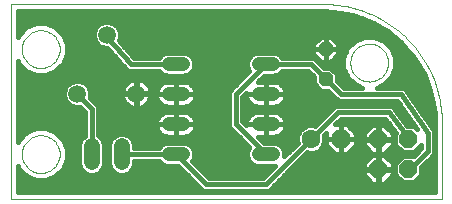
<source format=gtl>
G75*
%MOIN*%
%OFA0B0*%
%FSLAX24Y24*%
%IPPOS*%
%LPD*%
%AMOC8*
5,1,8,0,0,1.08239X$1,22.5*
%
%ADD10C,0.0000*%
%ADD11OC8,0.0630*%
%ADD12C,0.0630*%
%ADD13OC8,0.0480*%
%ADD14C,0.0540*%
%ADD15C,0.0591*%
%ADD16OC8,0.0600*%
%ADD17C,0.0480*%
%ADD18C,0.0160*%
%ADD19C,0.0376*%
D10*
X000680Y000680D02*
X000680Y007176D01*
X011113Y007176D01*
X012000Y005230D02*
X012002Y005280D01*
X012008Y005330D01*
X012018Y005379D01*
X012032Y005427D01*
X012049Y005474D01*
X012070Y005519D01*
X012095Y005563D01*
X012123Y005604D01*
X012155Y005643D01*
X012189Y005680D01*
X012226Y005714D01*
X012266Y005744D01*
X012308Y005771D01*
X012352Y005795D01*
X012398Y005816D01*
X012445Y005832D01*
X012493Y005845D01*
X012543Y005854D01*
X012592Y005859D01*
X012643Y005860D01*
X012693Y005857D01*
X012742Y005850D01*
X012791Y005839D01*
X012839Y005824D01*
X012885Y005806D01*
X012930Y005784D01*
X012973Y005758D01*
X013014Y005729D01*
X013053Y005697D01*
X013089Y005662D01*
X013121Y005624D01*
X013151Y005584D01*
X013178Y005541D01*
X013201Y005497D01*
X013220Y005451D01*
X013236Y005403D01*
X013248Y005354D01*
X013256Y005305D01*
X013260Y005255D01*
X013260Y005205D01*
X013256Y005155D01*
X013248Y005106D01*
X013236Y005057D01*
X013220Y005009D01*
X013201Y004963D01*
X013178Y004919D01*
X013151Y004876D01*
X013121Y004836D01*
X013089Y004798D01*
X013053Y004763D01*
X013014Y004731D01*
X012973Y004702D01*
X012930Y004676D01*
X012885Y004654D01*
X012839Y004636D01*
X012791Y004621D01*
X012742Y004610D01*
X012693Y004603D01*
X012643Y004600D01*
X012592Y004601D01*
X012543Y004606D01*
X012493Y004615D01*
X012445Y004628D01*
X012398Y004644D01*
X012352Y004665D01*
X012308Y004689D01*
X012266Y004716D01*
X012226Y004746D01*
X012189Y004780D01*
X012155Y004817D01*
X012123Y004856D01*
X012095Y004897D01*
X012070Y004941D01*
X012049Y004986D01*
X012032Y005033D01*
X012018Y005081D01*
X012008Y005130D01*
X012002Y005180D01*
X012000Y005230D01*
X011113Y007176D02*
X011237Y007174D01*
X011360Y007168D01*
X011484Y007159D01*
X011606Y007145D01*
X011729Y007128D01*
X011851Y007106D01*
X011972Y007081D01*
X012092Y007052D01*
X012211Y007020D01*
X012330Y006983D01*
X012447Y006943D01*
X012562Y006900D01*
X012677Y006852D01*
X012789Y006801D01*
X012900Y006747D01*
X013010Y006689D01*
X013117Y006628D01*
X013223Y006563D01*
X013326Y006495D01*
X013427Y006424D01*
X013526Y006350D01*
X013623Y006273D01*
X013717Y006192D01*
X013808Y006109D01*
X013897Y006023D01*
X013983Y005934D01*
X014066Y005843D01*
X014147Y005749D01*
X014224Y005652D01*
X014298Y005553D01*
X014369Y005452D01*
X014437Y005349D01*
X014502Y005243D01*
X014563Y005136D01*
X014621Y005026D01*
X014675Y004915D01*
X014726Y004803D01*
X014774Y004688D01*
X014817Y004573D01*
X014857Y004456D01*
X014894Y004337D01*
X014926Y004218D01*
X014955Y004098D01*
X014980Y003977D01*
X015002Y003855D01*
X015019Y003732D01*
X015033Y003610D01*
X015042Y003486D01*
X015048Y003363D01*
X015050Y003239D01*
X015050Y000680D01*
X000680Y000680D01*
X001050Y002180D02*
X001052Y002230D01*
X001058Y002280D01*
X001068Y002329D01*
X001082Y002377D01*
X001099Y002424D01*
X001120Y002469D01*
X001145Y002513D01*
X001173Y002554D01*
X001205Y002593D01*
X001239Y002630D01*
X001276Y002664D01*
X001316Y002694D01*
X001358Y002721D01*
X001402Y002745D01*
X001448Y002766D01*
X001495Y002782D01*
X001543Y002795D01*
X001593Y002804D01*
X001642Y002809D01*
X001693Y002810D01*
X001743Y002807D01*
X001792Y002800D01*
X001841Y002789D01*
X001889Y002774D01*
X001935Y002756D01*
X001980Y002734D01*
X002023Y002708D01*
X002064Y002679D01*
X002103Y002647D01*
X002139Y002612D01*
X002171Y002574D01*
X002201Y002534D01*
X002228Y002491D01*
X002251Y002447D01*
X002270Y002401D01*
X002286Y002353D01*
X002298Y002304D01*
X002306Y002255D01*
X002310Y002205D01*
X002310Y002155D01*
X002306Y002105D01*
X002298Y002056D01*
X002286Y002007D01*
X002270Y001959D01*
X002251Y001913D01*
X002228Y001869D01*
X002201Y001826D01*
X002171Y001786D01*
X002139Y001748D01*
X002103Y001713D01*
X002064Y001681D01*
X002023Y001652D01*
X001980Y001626D01*
X001935Y001604D01*
X001889Y001586D01*
X001841Y001571D01*
X001792Y001560D01*
X001743Y001553D01*
X001693Y001550D01*
X001642Y001551D01*
X001593Y001556D01*
X001543Y001565D01*
X001495Y001578D01*
X001448Y001594D01*
X001402Y001615D01*
X001358Y001639D01*
X001316Y001666D01*
X001276Y001696D01*
X001239Y001730D01*
X001205Y001767D01*
X001173Y001806D01*
X001145Y001847D01*
X001120Y001891D01*
X001099Y001936D01*
X001082Y001983D01*
X001068Y002031D01*
X001058Y002080D01*
X001052Y002130D01*
X001050Y002180D01*
X001050Y005680D02*
X001052Y005730D01*
X001058Y005780D01*
X001068Y005829D01*
X001082Y005877D01*
X001099Y005924D01*
X001120Y005969D01*
X001145Y006013D01*
X001173Y006054D01*
X001205Y006093D01*
X001239Y006130D01*
X001276Y006164D01*
X001316Y006194D01*
X001358Y006221D01*
X001402Y006245D01*
X001448Y006266D01*
X001495Y006282D01*
X001543Y006295D01*
X001593Y006304D01*
X001642Y006309D01*
X001693Y006310D01*
X001743Y006307D01*
X001792Y006300D01*
X001841Y006289D01*
X001889Y006274D01*
X001935Y006256D01*
X001980Y006234D01*
X002023Y006208D01*
X002064Y006179D01*
X002103Y006147D01*
X002139Y006112D01*
X002171Y006074D01*
X002201Y006034D01*
X002228Y005991D01*
X002251Y005947D01*
X002270Y005901D01*
X002286Y005853D01*
X002298Y005804D01*
X002306Y005755D01*
X002310Y005705D01*
X002310Y005655D01*
X002306Y005605D01*
X002298Y005556D01*
X002286Y005507D01*
X002270Y005459D01*
X002251Y005413D01*
X002228Y005369D01*
X002201Y005326D01*
X002171Y005286D01*
X002139Y005248D01*
X002103Y005213D01*
X002064Y005181D01*
X002023Y005152D01*
X001980Y005126D01*
X001935Y005104D01*
X001889Y005086D01*
X001841Y005071D01*
X001792Y005060D01*
X001743Y005053D01*
X001693Y005050D01*
X001642Y005051D01*
X001593Y005056D01*
X001543Y005065D01*
X001495Y005078D01*
X001448Y005094D01*
X001402Y005115D01*
X001358Y005139D01*
X001316Y005166D01*
X001276Y005196D01*
X001239Y005230D01*
X001205Y005267D01*
X001173Y005306D01*
X001145Y005347D01*
X001120Y005391D01*
X001099Y005436D01*
X001082Y005483D01*
X001068Y005531D01*
X001058Y005580D01*
X001052Y005630D01*
X001050Y005680D01*
D11*
X011680Y002680D03*
D12*
X010680Y002680D03*
D13*
X011180Y004680D03*
X011180Y005680D03*
D14*
X004380Y002450D02*
X004380Y001910D01*
X003380Y001910D02*
X003380Y002450D01*
D15*
X002896Y004196D03*
X004864Y004196D03*
X003880Y006164D03*
D16*
X012930Y002680D03*
X013930Y002680D03*
X013930Y001680D03*
X012930Y001680D03*
D17*
X009420Y002180D02*
X008940Y002180D01*
X008940Y003180D02*
X009420Y003180D01*
X009420Y004180D02*
X008940Y004180D01*
X008940Y005180D02*
X009420Y005180D01*
X006420Y005180D02*
X005940Y005180D01*
X005940Y004180D02*
X006420Y004180D01*
X006420Y003180D02*
X005940Y003180D01*
X005940Y002180D02*
X006420Y002180D01*
D18*
X006180Y002180D02*
X007180Y001180D01*
X009180Y001180D01*
X010680Y002680D01*
X011580Y003580D01*
X013280Y003580D01*
X013880Y002780D01*
X013520Y002893D02*
X013490Y002862D01*
X013490Y002498D01*
X013748Y002240D01*
X014112Y002240D01*
X014360Y002488D01*
X014360Y002371D01*
X014109Y002120D01*
X013748Y002120D01*
X013490Y001862D01*
X013490Y001498D01*
X013748Y001240D01*
X014112Y001240D01*
X014370Y001498D01*
X014370Y001759D01*
X014671Y002060D01*
X014800Y002189D01*
X014800Y002860D01*
X014813Y002930D01*
X014800Y002949D01*
X014800Y002971D01*
X014750Y003022D01*
X013900Y004249D01*
X013900Y004271D01*
X013850Y004322D01*
X013809Y004380D01*
X013787Y004384D01*
X013771Y004400D01*
X013700Y004400D01*
X013630Y004413D01*
X013611Y004400D01*
X012873Y004400D01*
X013117Y004501D01*
X013359Y004743D01*
X013490Y005059D01*
X013490Y005401D01*
X013359Y005717D01*
X013117Y005959D01*
X012801Y006090D01*
X012459Y006090D01*
X012143Y005959D01*
X011901Y005717D01*
X011770Y005401D01*
X011770Y005059D01*
X011901Y004743D01*
X012143Y004501D01*
X012387Y004400D01*
X011771Y004400D01*
X011560Y004611D01*
X011560Y004837D01*
X011337Y005060D01*
X011111Y005060D01*
X010900Y005271D01*
X010771Y005400D01*
X009737Y005400D01*
X009635Y005502D01*
X009496Y005560D01*
X008864Y005560D01*
X008725Y005502D01*
X008618Y005395D01*
X008560Y005256D01*
X008560Y005104D01*
X008618Y004965D01*
X008636Y004947D01*
X007960Y004271D01*
X007960Y003089D01*
X008089Y002960D01*
X008636Y002413D01*
X008618Y002395D01*
X008560Y002256D01*
X008560Y002104D01*
X008618Y001965D01*
X008725Y001858D01*
X008864Y001800D01*
X009489Y001800D01*
X009089Y001400D01*
X007271Y001400D01*
X006724Y001947D01*
X006742Y001965D01*
X006800Y002104D01*
X006800Y002256D01*
X006742Y002395D01*
X006635Y002502D01*
X006496Y002560D01*
X005864Y002560D01*
X005725Y002502D01*
X005623Y002400D01*
X004790Y002400D01*
X004790Y002532D01*
X004728Y002682D01*
X004612Y002798D01*
X004462Y002860D01*
X004298Y002860D01*
X004148Y002798D01*
X004032Y002682D01*
X003970Y002532D01*
X003970Y001828D01*
X004032Y001678D01*
X004148Y001562D01*
X004298Y001500D01*
X004462Y001500D01*
X004612Y001562D01*
X004728Y001678D01*
X004790Y001828D01*
X004790Y001960D01*
X005623Y001960D01*
X005725Y001858D01*
X005864Y001800D01*
X006249Y001800D01*
X006960Y001089D01*
X007089Y000960D01*
X009271Y000960D01*
X010552Y002241D01*
X010589Y002225D01*
X010771Y002225D01*
X010938Y002294D01*
X011066Y002422D01*
X011135Y002589D01*
X011135Y002771D01*
X011119Y002808D01*
X011185Y002874D01*
X011185Y002680D01*
X011680Y002680D01*
X011680Y002680D01*
X011680Y003175D01*
X011885Y003175D01*
X012175Y002885D01*
X012175Y002680D01*
X011680Y002680D01*
X011680Y002680D01*
X011680Y003175D01*
X011486Y003175D01*
X011671Y003360D01*
X013170Y003360D01*
X013520Y002893D01*
X013516Y002899D02*
X013390Y002899D01*
X013410Y002879D02*
X013129Y003160D01*
X012950Y003160D01*
X012950Y002700D01*
X013410Y002700D01*
X013410Y002879D01*
X013410Y002741D02*
X013490Y002741D01*
X013410Y002660D02*
X012950Y002660D01*
X012950Y002700D01*
X012910Y002700D01*
X012910Y003160D01*
X012731Y003160D01*
X012450Y002879D01*
X012450Y002700D01*
X012910Y002700D01*
X012910Y002660D01*
X012950Y002660D01*
X012950Y002200D01*
X013129Y002200D01*
X013410Y002481D01*
X013410Y002660D01*
X013410Y002582D02*
X013490Y002582D01*
X013564Y002424D02*
X013352Y002424D01*
X013194Y002265D02*
X013723Y002265D01*
X013734Y002107D02*
X013182Y002107D01*
X013129Y002160D02*
X012950Y002160D01*
X012950Y001700D01*
X013410Y001700D01*
X013410Y001879D01*
X013129Y002160D01*
X012950Y002107D02*
X012910Y002107D01*
X012910Y002160D02*
X012731Y002160D01*
X012450Y001879D01*
X012450Y001700D01*
X012910Y001700D01*
X012910Y002160D01*
X012910Y002200D02*
X012910Y002660D01*
X012450Y002660D01*
X012450Y002481D01*
X012731Y002200D01*
X012910Y002200D01*
X012910Y002265D02*
X012950Y002265D01*
X012950Y002424D02*
X012910Y002424D01*
X012910Y002582D02*
X012950Y002582D01*
X012950Y002741D02*
X012910Y002741D01*
X012910Y002899D02*
X012950Y002899D01*
X012950Y003058D02*
X012910Y003058D01*
X012629Y003058D02*
X012003Y003058D01*
X012161Y002899D02*
X012470Y002899D01*
X012450Y002741D02*
X012175Y002741D01*
X012175Y002680D02*
X011680Y002680D01*
X011680Y002185D01*
X011885Y002185D01*
X012175Y002475D01*
X012175Y002680D01*
X012175Y002582D02*
X012450Y002582D01*
X012508Y002424D02*
X012124Y002424D01*
X011965Y002265D02*
X012666Y002265D01*
X012678Y002107D02*
X010418Y002107D01*
X010259Y001948D02*
X012519Y001948D01*
X012450Y001790D02*
X010101Y001790D01*
X009942Y001631D02*
X012450Y001631D01*
X012450Y001660D02*
X012450Y001481D01*
X012731Y001200D01*
X012910Y001200D01*
X012910Y001660D01*
X012950Y001660D01*
X012950Y001700D01*
X012910Y001700D01*
X012910Y001660D01*
X012450Y001660D01*
X012459Y001473D02*
X009784Y001473D01*
X009625Y001314D02*
X012617Y001314D01*
X012910Y001314D02*
X012950Y001314D01*
X012950Y001200D02*
X013129Y001200D01*
X013410Y001481D01*
X013410Y001660D01*
X012950Y001660D01*
X012950Y001200D01*
X013243Y001314D02*
X013674Y001314D01*
X013515Y001473D02*
X013401Y001473D01*
X013410Y001631D02*
X013490Y001631D01*
X013490Y001790D02*
X013410Y001790D01*
X013341Y001948D02*
X013576Y001948D01*
X013980Y001680D02*
X014580Y002280D01*
X014580Y002880D01*
X013680Y004180D01*
X011680Y004180D01*
X011180Y004680D01*
X010680Y005180D01*
X009180Y005180D01*
X008180Y004180D01*
X008180Y003180D01*
X009180Y002180D01*
X009714Y002424D02*
X010112Y002424D01*
X010241Y002552D02*
X009800Y002111D01*
X009800Y002256D01*
X009742Y002395D01*
X009635Y002502D01*
X009496Y002560D01*
X009111Y002560D01*
X008911Y002760D01*
X009180Y002760D01*
X009453Y002760D01*
X009518Y002770D01*
X009581Y002791D01*
X009640Y002821D01*
X009694Y002860D01*
X009740Y002906D01*
X009779Y002960D01*
X009809Y003019D01*
X009830Y003082D01*
X009840Y003147D01*
X009840Y003180D01*
X009840Y003213D01*
X009830Y003278D01*
X009809Y003341D01*
X009779Y003400D01*
X009740Y003454D01*
X009694Y003500D01*
X009640Y003539D01*
X009581Y003569D01*
X009518Y003590D01*
X009453Y003600D01*
X009180Y003600D01*
X009180Y003180D01*
X009180Y003180D01*
X009840Y003180D01*
X009180Y003180D01*
X009180Y003180D01*
X009180Y003180D01*
X008520Y003180D01*
X008520Y003213D01*
X008530Y003278D01*
X008551Y003341D01*
X008581Y003400D01*
X008620Y003454D01*
X008666Y003500D01*
X008720Y003539D01*
X008779Y003569D01*
X008842Y003590D01*
X008907Y003600D01*
X009180Y003600D01*
X009180Y003180D01*
X009180Y002760D01*
X009180Y003180D01*
X009180Y003180D01*
X008520Y003180D01*
X008520Y003151D01*
X008400Y003271D01*
X008400Y004089D01*
X008520Y004209D01*
X008520Y004180D01*
X009180Y004180D01*
X009180Y004180D01*
X009180Y004600D01*
X009453Y004600D01*
X009518Y004590D01*
X009581Y004569D01*
X009640Y004539D01*
X009694Y004500D01*
X009740Y004454D01*
X009779Y004400D01*
X009809Y004341D01*
X009830Y004278D01*
X009840Y004213D01*
X009840Y004180D01*
X009180Y004180D01*
X009180Y004180D01*
X009180Y004600D01*
X008911Y004600D01*
X009111Y004800D01*
X009496Y004800D01*
X009635Y004858D01*
X009737Y004960D01*
X010589Y004960D01*
X010800Y004749D01*
X010800Y004523D01*
X011023Y004300D01*
X011249Y004300D01*
X011589Y003960D01*
X013565Y003960D01*
X014223Y003009D01*
X014112Y003120D01*
X013900Y003120D01*
X013500Y003653D01*
X013500Y003671D01*
X013447Y003725D01*
X013401Y003785D01*
X013384Y003787D01*
X013371Y003800D01*
X013296Y003800D01*
X013221Y003811D01*
X013207Y003800D01*
X011489Y003800D01*
X010808Y003119D01*
X010771Y003135D01*
X010589Y003135D01*
X010422Y003066D01*
X010294Y002938D01*
X010225Y002771D01*
X010225Y002589D01*
X010241Y002552D01*
X010228Y002582D02*
X009089Y002582D01*
X008931Y002741D02*
X010225Y002741D01*
X010278Y002899D02*
X009733Y002899D01*
X009822Y003058D02*
X010414Y003058D01*
X010905Y003216D02*
X009840Y003216D01*
X009792Y003375D02*
X011063Y003375D01*
X011222Y003533D02*
X009649Y003533D01*
X009581Y003791D02*
X009518Y003770D01*
X009453Y003760D01*
X009180Y003760D01*
X009180Y004180D01*
X009840Y004180D01*
X009840Y004147D01*
X009830Y004082D01*
X009809Y004019D01*
X009779Y003960D01*
X009740Y003906D01*
X009694Y003860D01*
X009640Y003821D01*
X009581Y003791D01*
X009680Y003850D02*
X013641Y003850D01*
X013751Y003692D02*
X013480Y003692D01*
X013590Y003533D02*
X013860Y003533D01*
X013970Y003375D02*
X013709Y003375D01*
X013828Y003216D02*
X014080Y003216D01*
X014175Y003058D02*
X014190Y003058D01*
X014615Y003216D02*
X014820Y003216D01*
X014820Y003239D02*
X014820Y000910D01*
X000910Y000910D01*
X000910Y001792D01*
X000951Y001693D01*
X001193Y001451D01*
X001509Y001320D01*
X001851Y001320D01*
X002167Y001451D01*
X002409Y001693D01*
X002540Y002009D01*
X002540Y002351D01*
X002409Y002667D01*
X002167Y002909D01*
X001851Y003040D01*
X001509Y003040D01*
X001193Y002909D01*
X000951Y002667D01*
X000910Y002568D01*
X000910Y005292D01*
X000951Y005193D01*
X001193Y004951D01*
X001509Y004820D01*
X001851Y004820D01*
X002167Y004951D01*
X002409Y005193D01*
X002540Y005509D01*
X002540Y005851D01*
X002409Y006167D01*
X002167Y006409D01*
X001851Y006540D01*
X001509Y006540D01*
X001193Y006409D01*
X000951Y006167D01*
X000910Y006068D01*
X000910Y006946D01*
X011113Y006946D01*
X011436Y006932D01*
X012073Y006820D01*
X012680Y006599D01*
X013239Y006276D01*
X013734Y005860D01*
X014150Y005365D01*
X014473Y004806D01*
X014694Y004198D01*
X014806Y003562D01*
X014820Y003239D01*
X014814Y003375D02*
X014505Y003375D01*
X014395Y003533D02*
X014807Y003533D01*
X014783Y003692D02*
X014286Y003692D01*
X014176Y003850D02*
X014755Y003850D01*
X014727Y004009D02*
X014066Y004009D01*
X013957Y004167D02*
X014699Y004167D01*
X014648Y004326D02*
X013847Y004326D01*
X013259Y004643D02*
X014532Y004643D01*
X014474Y004801D02*
X013383Y004801D01*
X013449Y004960D02*
X014384Y004960D01*
X014292Y005118D02*
X013490Y005118D01*
X013490Y005277D02*
X014201Y005277D01*
X014091Y005435D02*
X013476Y005435D01*
X013410Y005594D02*
X013958Y005594D01*
X013825Y005752D02*
X013324Y005752D01*
X013166Y005911D02*
X013674Y005911D01*
X013486Y006069D02*
X012852Y006069D01*
X013297Y006228D02*
X004315Y006228D01*
X004315Y006251D02*
X004249Y006411D01*
X004127Y006533D01*
X003967Y006600D01*
X003793Y006600D01*
X003633Y006533D01*
X003511Y006411D01*
X003445Y006251D01*
X003445Y006078D01*
X003511Y005918D01*
X003633Y005795D01*
X003793Y005729D01*
X003898Y005729D01*
X004460Y005096D01*
X004460Y005089D01*
X004520Y005029D01*
X004576Y004966D01*
X004584Y004965D01*
X004589Y004960D01*
X004674Y004960D01*
X004758Y004955D01*
X004764Y004960D01*
X005623Y004960D01*
X005725Y004858D01*
X005864Y004800D01*
X006496Y004800D01*
X006635Y004858D01*
X006742Y004965D01*
X006800Y005104D01*
X006800Y005256D01*
X006742Y005395D01*
X006635Y005502D01*
X006496Y005560D01*
X005864Y005560D01*
X005725Y005502D01*
X005623Y005400D01*
X004779Y005400D01*
X004271Y005971D01*
X004315Y006078D01*
X004315Y006251D01*
X004259Y006386D02*
X013048Y006386D01*
X012774Y006545D02*
X004099Y006545D01*
X003661Y006545D02*
X000910Y006545D01*
X000910Y006703D02*
X012393Y006703D01*
X011836Y006862D02*
X000910Y006862D01*
X000910Y006386D02*
X001170Y006386D01*
X001011Y006228D02*
X000910Y006228D01*
X000910Y006069D02*
X000910Y006069D01*
X002190Y006386D02*
X003501Y006386D01*
X003445Y006228D02*
X002349Y006228D01*
X002450Y006069D02*
X003448Y006069D01*
X003518Y005911D02*
X002515Y005911D01*
X002540Y005752D02*
X003738Y005752D01*
X004018Y005594D02*
X002540Y005594D01*
X002509Y005435D02*
X004159Y005435D01*
X004300Y005277D02*
X002444Y005277D01*
X002334Y005118D02*
X004441Y005118D01*
X004680Y005180D02*
X003880Y006080D01*
X004312Y006069D02*
X010975Y006069D01*
X011006Y006100D02*
X010760Y005854D01*
X010760Y005680D01*
X011180Y005680D01*
X011180Y005680D01*
X011180Y006100D01*
X011354Y006100D01*
X011600Y005854D01*
X011600Y005680D01*
X011180Y005680D01*
X011180Y005680D01*
X011180Y005680D01*
X011180Y006100D01*
X011006Y006100D01*
X011180Y006069D02*
X011180Y006069D01*
X011385Y006069D02*
X012408Y006069D01*
X012094Y005911D02*
X011543Y005911D01*
X011600Y005752D02*
X011936Y005752D01*
X011850Y005594D02*
X011600Y005594D01*
X011600Y005680D02*
X011600Y005506D01*
X011354Y005260D01*
X011180Y005260D01*
X011180Y005680D01*
X011600Y005680D01*
X011180Y005680D02*
X011180Y005680D01*
X010760Y005680D01*
X010760Y005506D01*
X011006Y005260D01*
X011180Y005260D01*
X011180Y005680D01*
X011180Y005752D02*
X011180Y005752D01*
X011180Y005594D02*
X011180Y005594D01*
X011180Y005435D02*
X011180Y005435D01*
X011180Y005277D02*
X011180Y005277D01*
X011370Y005277D02*
X011770Y005277D01*
X011784Y005435D02*
X011529Y005435D01*
X010990Y005277D02*
X010895Y005277D01*
X010831Y005435D02*
X009702Y005435D01*
X009737Y004960D02*
X010589Y004960D01*
X010748Y004801D02*
X009498Y004801D01*
X008954Y004643D02*
X010800Y004643D01*
X010839Y004484D02*
X009710Y004484D01*
X009814Y004326D02*
X010997Y004326D01*
X011382Y004167D02*
X009840Y004167D01*
X009804Y004009D02*
X011540Y004009D01*
X011380Y003692D02*
X008400Y003692D01*
X008400Y003850D02*
X008680Y003850D01*
X008666Y003860D02*
X008720Y003821D01*
X008779Y003791D01*
X008842Y003770D01*
X008907Y003760D01*
X009180Y003760D01*
X009180Y004180D01*
X009180Y004180D01*
X009180Y004180D01*
X008520Y004180D01*
X008520Y004147D01*
X008530Y004082D01*
X008551Y004019D01*
X008581Y003960D01*
X008620Y003906D01*
X008666Y003860D01*
X008556Y004009D02*
X008400Y004009D01*
X008478Y004167D02*
X008520Y004167D01*
X008014Y004326D02*
X006814Y004326D01*
X006809Y004341D02*
X006779Y004400D01*
X006740Y004454D01*
X006694Y004500D01*
X006640Y004539D01*
X006581Y004569D01*
X006518Y004590D01*
X006453Y004600D01*
X006180Y004600D01*
X006180Y004180D01*
X006180Y004180D01*
X006840Y004180D01*
X006840Y004213D01*
X006830Y004278D01*
X006809Y004341D01*
X006840Y004180D02*
X006180Y004180D01*
X006180Y004180D01*
X006180Y004600D01*
X005907Y004600D01*
X005842Y004590D01*
X005779Y004569D01*
X005720Y004539D01*
X005666Y004500D01*
X005620Y004454D01*
X005581Y004400D01*
X005551Y004341D01*
X005530Y004278D01*
X005520Y004213D01*
X005520Y004180D01*
X006180Y004180D01*
X006180Y003760D01*
X006453Y003760D01*
X006518Y003770D01*
X006581Y003791D01*
X006640Y003821D01*
X006694Y003860D01*
X006740Y003906D01*
X006779Y003960D01*
X006809Y004019D01*
X006830Y004082D01*
X006840Y004147D01*
X006840Y004180D01*
X006840Y004167D02*
X007960Y004167D01*
X007960Y004009D02*
X006804Y004009D01*
X006680Y003850D02*
X007960Y003850D01*
X007960Y003692D02*
X003600Y003692D01*
X003600Y003771D02*
X003471Y003900D01*
X003311Y004060D01*
X003331Y004109D01*
X003331Y004282D01*
X003265Y004442D01*
X003142Y004565D01*
X002982Y004631D01*
X002809Y004631D01*
X002649Y004565D01*
X002527Y004442D01*
X002460Y004282D01*
X002460Y004109D01*
X002527Y003949D01*
X002649Y003827D01*
X002809Y003760D01*
X002982Y003760D01*
X002987Y003762D01*
X003160Y003589D01*
X003160Y002803D01*
X003148Y002798D01*
X003032Y002682D01*
X002970Y002532D01*
X002970Y001828D01*
X003032Y001678D01*
X003148Y001562D01*
X003298Y001500D01*
X003462Y001500D01*
X003612Y001562D01*
X003728Y001678D01*
X003790Y001828D01*
X003790Y002532D01*
X003728Y002682D01*
X003612Y002798D01*
X003600Y002803D01*
X003600Y003771D01*
X003521Y003850D02*
X004538Y003850D01*
X004555Y003833D02*
X004615Y003789D01*
X004682Y003755D01*
X004753Y003732D01*
X004827Y003720D01*
X004846Y003720D01*
X004846Y004177D01*
X004883Y004177D01*
X004883Y004214D01*
X005340Y004214D01*
X005340Y004233D01*
X005328Y004307D01*
X005305Y004378D01*
X005271Y004445D01*
X005227Y004505D01*
X005174Y004558D01*
X005113Y004602D01*
X005047Y004636D01*
X004976Y004659D01*
X004902Y004671D01*
X004883Y004671D01*
X004883Y004214D01*
X004846Y004214D01*
X004846Y004177D01*
X004389Y004177D01*
X004389Y004158D01*
X004401Y004084D01*
X004424Y004013D01*
X004458Y003947D01*
X004502Y003886D01*
X004555Y003833D01*
X004846Y003850D02*
X004883Y003850D01*
X004883Y003720D02*
X004902Y003720D01*
X004976Y003732D01*
X005047Y003755D01*
X005113Y003789D01*
X005174Y003833D01*
X005227Y003886D01*
X005271Y003947D01*
X005305Y004013D01*
X005328Y004084D01*
X005340Y004158D01*
X005340Y004177D01*
X004883Y004177D01*
X004883Y003720D01*
X005191Y003850D02*
X005680Y003850D01*
X005666Y003860D02*
X005720Y003821D01*
X005779Y003791D01*
X005842Y003770D01*
X005907Y003760D01*
X006180Y003760D01*
X006180Y004180D01*
X006180Y004180D01*
X006180Y004180D01*
X005520Y004180D01*
X005520Y004147D01*
X005530Y004082D01*
X005551Y004019D01*
X005581Y003960D01*
X005620Y003906D01*
X005666Y003860D01*
X005556Y004009D02*
X005302Y004009D01*
X005340Y004167D02*
X005520Y004167D01*
X005546Y004326D02*
X005322Y004326D01*
X005242Y004484D02*
X005650Y004484D01*
X006180Y004484D02*
X006180Y004484D01*
X006180Y004326D02*
X006180Y004326D01*
X006180Y004167D02*
X006180Y004167D01*
X006180Y004009D02*
X006180Y004009D01*
X006180Y003850D02*
X006180Y003850D01*
X006180Y003600D02*
X005907Y003600D01*
X005842Y003590D01*
X005779Y003569D01*
X005720Y003539D01*
X005666Y003500D01*
X005620Y003454D01*
X005581Y003400D01*
X005551Y003341D01*
X005530Y003278D01*
X005520Y003213D01*
X005520Y003180D01*
X006180Y003180D01*
X006180Y003180D01*
X006180Y003600D01*
X006453Y003600D01*
X006518Y003590D01*
X006581Y003569D01*
X006640Y003539D01*
X006694Y003500D01*
X006740Y003454D01*
X006779Y003400D01*
X006809Y003341D01*
X006830Y003278D01*
X006840Y003213D01*
X006840Y003180D01*
X006180Y003180D01*
X006180Y003180D01*
X006180Y003600D01*
X006180Y003533D02*
X006180Y003533D01*
X006180Y003375D02*
X006180Y003375D01*
X006180Y003216D02*
X006180Y003216D01*
X006180Y003180D02*
X006180Y003180D01*
X006840Y003180D01*
X006840Y003147D01*
X006830Y003082D01*
X006809Y003019D01*
X006779Y002960D01*
X006740Y002906D01*
X006694Y002860D01*
X006640Y002821D01*
X006581Y002791D01*
X006518Y002770D01*
X006453Y002760D01*
X006180Y002760D01*
X006180Y003180D01*
X006180Y003180D01*
X006180Y002760D01*
X005907Y002760D01*
X005842Y002770D01*
X005779Y002791D01*
X005720Y002821D01*
X005666Y002860D01*
X005620Y002906D01*
X005581Y002960D01*
X005551Y003019D01*
X005530Y003082D01*
X005520Y003147D01*
X005520Y003180D01*
X006180Y003180D01*
X006180Y003058D02*
X006180Y003058D01*
X006180Y002899D02*
X006180Y002899D01*
X006733Y002899D02*
X008150Y002899D01*
X008308Y002741D02*
X004669Y002741D01*
X004769Y002582D02*
X008467Y002582D01*
X008625Y002424D02*
X006714Y002424D01*
X006796Y002265D02*
X008564Y002265D01*
X008560Y002107D02*
X006800Y002107D01*
X006725Y001948D02*
X008635Y001948D01*
X009320Y001631D02*
X007040Y001631D01*
X006882Y001790D02*
X009478Y001790D01*
X009161Y001473D02*
X007199Y001473D01*
X006735Y001314D02*
X000910Y001314D01*
X000910Y001156D02*
X006893Y001156D01*
X007052Y000997D02*
X000910Y000997D01*
X000910Y001473D02*
X001171Y001473D01*
X001013Y001631D02*
X000910Y001631D01*
X000910Y001790D02*
X000911Y001790D01*
X002189Y001473D02*
X006576Y001473D01*
X006418Y001631D02*
X004681Y001631D01*
X004774Y001790D02*
X006259Y001790D01*
X005635Y001948D02*
X004790Y001948D01*
X004380Y002180D02*
X006180Y002180D01*
X005646Y002424D02*
X004790Y002424D01*
X004091Y002741D02*
X003669Y002741D01*
X003600Y002899D02*
X005627Y002899D01*
X005538Y003058D02*
X003600Y003058D01*
X003600Y003216D02*
X005520Y003216D01*
X005568Y003375D02*
X003600Y003375D01*
X003600Y003533D02*
X005711Y003533D01*
X006649Y003533D02*
X007960Y003533D01*
X007960Y003375D02*
X006792Y003375D01*
X006840Y003216D02*
X007960Y003216D01*
X007991Y003058D02*
X006822Y003058D01*
X008400Y003375D02*
X008568Y003375D01*
X008520Y003216D02*
X008455Y003216D01*
X008400Y003533D02*
X008711Y003533D01*
X009180Y003533D02*
X009180Y003533D01*
X009180Y003375D02*
X009180Y003375D01*
X009180Y003216D02*
X009180Y003216D01*
X009180Y003058D02*
X009180Y003058D01*
X009180Y002899D02*
X009180Y002899D01*
X009796Y002265D02*
X009954Y002265D01*
X010867Y002265D02*
X011395Y002265D01*
X011475Y002185D02*
X011680Y002185D01*
X011680Y002680D01*
X011680Y002680D01*
X011680Y002680D01*
X011185Y002680D01*
X011185Y002475D01*
X011475Y002185D01*
X011680Y002265D02*
X011680Y002265D01*
X011680Y002424D02*
X011680Y002424D01*
X011680Y002582D02*
X011680Y002582D01*
X011680Y002741D02*
X011680Y002741D01*
X011680Y002899D02*
X011680Y002899D01*
X011680Y003058D02*
X011680Y003058D01*
X011527Y003216D02*
X013278Y003216D01*
X013231Y003058D02*
X013397Y003058D01*
X014725Y003058D02*
X014820Y003058D01*
X014807Y002899D02*
X014820Y002899D01*
X014820Y002741D02*
X014800Y002741D01*
X014800Y002582D02*
X014820Y002582D01*
X014820Y002424D02*
X014800Y002424D01*
X014800Y002265D02*
X014820Y002265D01*
X014820Y002107D02*
X014718Y002107D01*
X014820Y001948D02*
X014559Y001948D01*
X014401Y001790D02*
X014820Y001790D01*
X014820Y001631D02*
X014370Y001631D01*
X014345Y001473D02*
X014820Y001473D01*
X014820Y001314D02*
X014186Y001314D01*
X014820Y001156D02*
X009467Y001156D01*
X009308Y000997D02*
X014820Y000997D01*
X012950Y001473D02*
X012910Y001473D01*
X012910Y001631D02*
X012950Y001631D01*
X012950Y001790D02*
X012910Y001790D01*
X012910Y001948D02*
X012950Y001948D01*
X014137Y002265D02*
X014254Y002265D01*
X014296Y002424D02*
X014360Y002424D01*
X011236Y002424D02*
X011066Y002424D01*
X011132Y002582D02*
X011185Y002582D01*
X011185Y002741D02*
X011135Y002741D01*
X009180Y003850D02*
X009180Y003850D01*
X009180Y004009D02*
X009180Y004009D01*
X009180Y004167D02*
X009180Y004167D01*
X009180Y004326D02*
X009180Y004326D01*
X009180Y004484D02*
X009180Y004484D01*
X008490Y004801D02*
X006498Y004801D01*
X006737Y004960D02*
X008623Y004960D01*
X008560Y005118D02*
X006800Y005118D01*
X006791Y005277D02*
X008569Y005277D01*
X008658Y005435D02*
X006702Y005435D01*
X006180Y005180D02*
X004680Y005180D01*
X004682Y004960D02*
X002176Y004960D01*
X002568Y004484D02*
X000910Y004484D01*
X000910Y004326D02*
X002478Y004326D01*
X002460Y004167D02*
X000910Y004167D01*
X000910Y004009D02*
X002502Y004009D01*
X002880Y004180D02*
X003380Y003680D01*
X003380Y002180D01*
X003790Y002107D02*
X003970Y002107D01*
X003970Y002265D02*
X003790Y002265D01*
X003790Y002424D02*
X003970Y002424D01*
X003991Y002582D02*
X003769Y002582D01*
X003160Y002899D02*
X002177Y002899D01*
X002336Y002741D02*
X003091Y002741D01*
X002991Y002582D02*
X002444Y002582D01*
X002510Y002424D02*
X002970Y002424D01*
X002970Y002265D02*
X002540Y002265D01*
X002540Y002107D02*
X002970Y002107D01*
X002970Y001948D02*
X002515Y001948D01*
X002449Y001790D02*
X002986Y001790D01*
X003079Y001631D02*
X002347Y001631D01*
X003681Y001631D02*
X004079Y001631D01*
X003986Y001790D02*
X003774Y001790D01*
X003790Y001948D02*
X003970Y001948D01*
X003160Y003058D02*
X000910Y003058D01*
X000910Y003216D02*
X003160Y003216D01*
X003160Y003375D02*
X000910Y003375D01*
X000910Y003533D02*
X003160Y003533D01*
X003057Y003692D02*
X000910Y003692D01*
X000910Y003850D02*
X002626Y003850D01*
X003363Y004009D02*
X004426Y004009D01*
X004389Y004167D02*
X003331Y004167D01*
X003313Y004326D02*
X004407Y004326D01*
X004401Y004307D02*
X004424Y004378D01*
X004458Y004445D01*
X004502Y004505D01*
X004555Y004558D01*
X004615Y004602D01*
X004682Y004636D01*
X004753Y004659D01*
X004827Y004671D01*
X004846Y004671D01*
X004846Y004214D01*
X004389Y004214D01*
X004389Y004233D01*
X004401Y004307D01*
X004846Y004326D02*
X004883Y004326D01*
X004883Y004484D02*
X004846Y004484D01*
X004846Y004643D02*
X004883Y004643D01*
X005027Y004643D02*
X008331Y004643D01*
X008173Y004484D02*
X006710Y004484D01*
X005862Y004801D02*
X000910Y004801D01*
X000910Y004643D02*
X004701Y004643D01*
X004486Y004484D02*
X003223Y004484D01*
X004763Y004960D02*
X005623Y004960D01*
X005658Y005435D02*
X004748Y005435D01*
X004607Y005594D02*
X010760Y005594D01*
X010760Y005752D02*
X004466Y005752D01*
X004325Y005911D02*
X010817Y005911D01*
X011180Y005911D02*
X011180Y005911D01*
X011053Y005118D02*
X011770Y005118D01*
X011811Y004960D02*
X011438Y004960D01*
X011560Y004801D02*
X011877Y004801D01*
X012001Y004643D02*
X011560Y004643D01*
X011687Y004484D02*
X012184Y004484D01*
X013076Y004484D02*
X014590Y004484D01*
X004883Y004167D02*
X004846Y004167D01*
X004846Y004009D02*
X004883Y004009D01*
X001184Y004960D02*
X000910Y004960D01*
X000910Y005118D02*
X001026Y005118D01*
X000916Y005277D02*
X000910Y005277D01*
X000910Y002899D02*
X001183Y002899D01*
X001024Y002741D02*
X000910Y002741D01*
X000910Y002582D02*
X000916Y002582D01*
D19*
X001680Y003680D03*
X010180Y004180D03*
X011980Y006280D03*
M02*

</source>
